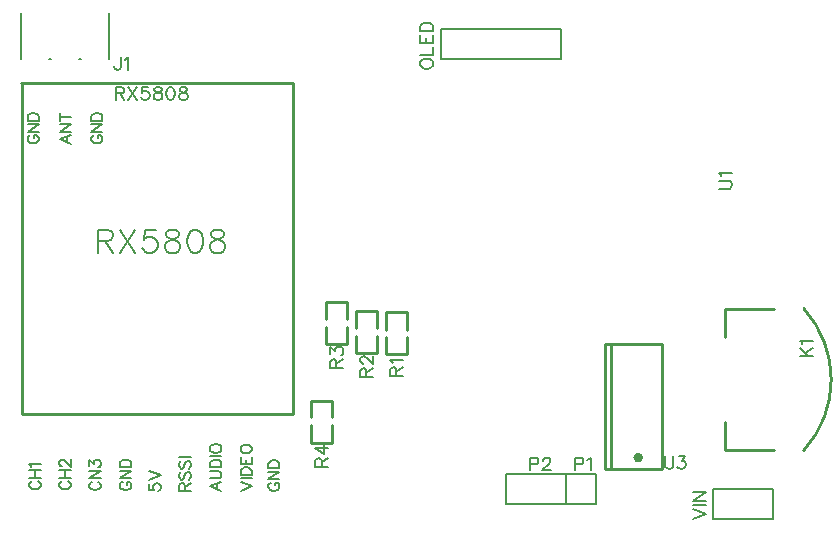
<source format=gto>
G04 ---------------------------- Layer name :TOP SILK LAYER*
G04 EasyEDA v5.7.24, Sat, 01 Sep 2018 15:29:15 GMT*
G04 70d3823de7e84894a96469fe6f11b24c*
G04 Gerber Generator version 0.2*
G04 Scale: 100 percent, Rotated: No, Reflected: No *
G04 Dimensions in inches *
G04 leading zeros omitted , absolute positions ,2 integer and 4 decimal *
%FSLAX24Y24*%
%MOIN*%
G90*
G70D02*

%ADD10C,0.010000*%
%ADD23C,0.008000*%
%ADD24C,0.007992*%
%ADD25C,0.007900*%
%ADD26C,0.015748*%
%ADD27C,0.007000*%

%LPD*%
G54D10*
G01X25399Y7761D02*
G01X23746Y7762D01*
G01X23746Y6817D01*
G01X23746Y3982D02*
G01X23746Y3037D01*
G01X25399Y3037D01*
G54D23*
G01X18450Y2250D02*
G01X19450Y2250D01*
G01X19450Y1250D01*
G01X18450Y1250D01*
G01X18450Y2000D01*
G54D24*
G01X18450Y2250D02*
G01X18450Y2000D01*
G54D23*
G01X18450Y2250D02*
G01X18450Y1259D01*
G01X16450Y1259D01*
G01X16450Y2250D01*
G01X18450Y2250D01*
G54D10*
G01X300Y15300D02*
G01X9360Y15300D01*
G01X9360Y4259D01*
G01X319Y4259D01*
G01X319Y14640D01*
G01X319Y14640D01*
G01X319Y15300D01*
G54D25*
G01X1292Y16075D02*
G01X1207Y16075D01*
G01X1292Y16075D01*
G01X2292Y16075D02*
G01X2207Y16075D01*
G01X2292Y16075D01*
G01X3207Y17611D02*
G01X3207Y16075D01*
G01X3207Y17611D01*
G01X292Y17611D02*
G01X292Y16075D01*
G01X292Y17611D01*
G54D10*
G01X12450Y6809D02*
G01X12450Y6250D01*
G01X13150Y7059D02*
G01X13150Y7650D01*
G01X12450Y7650D01*
G01X12450Y7059D01*
G01X12450Y6250D02*
G01X13150Y6250D01*
G01X13150Y6250D02*
G01X13150Y6809D01*
G01X11450Y6859D02*
G01X11450Y6300D01*
G01X12150Y7109D02*
G01X12150Y7700D01*
G01X11450Y7700D01*
G01X11450Y7109D01*
G01X11450Y6300D02*
G01X12150Y6300D01*
G01X12150Y6300D02*
G01X12150Y6859D01*
G01X10450Y7159D02*
G01X10450Y6600D01*
G01X11150Y7409D02*
G01X11150Y8000D01*
G01X10450Y8000D01*
G01X10450Y7409D01*
G01X10450Y6600D02*
G01X11150Y6600D01*
G01X11150Y6600D02*
G01X11150Y7159D01*
G01X10650Y4140D02*
G01X10650Y4700D01*
G01X9950Y3890D02*
G01X9950Y3300D01*
G01X10650Y3300D01*
G01X10650Y3890D01*
G01X10650Y4700D02*
G01X9950Y4700D01*
G01X9950Y4700D02*
G01X9950Y4140D01*
G54D23*
G01X18300Y17100D02*
G01X18300Y16100D01*
G01X14300Y16100D01*
G01X14300Y17100D01*
G01X15050Y17100D01*
G54D24*
G01X18300Y17100D02*
G01X15050Y17100D01*
G54D10*
G01X19757Y2403D02*
G01X19757Y6576D01*
G01X21647Y6576D01*
G01X21647Y2403D01*
G01X19757Y2403D01*
G01X19954Y6576D02*
G01X19954Y2403D01*
G54D23*
G01X25350Y1750D02*
G01X25350Y750D01*
G01X23350Y750D01*
G01X23350Y1750D01*
G01X24100Y1750D01*
G54D24*
G01X25350Y1750D02*
G01X24100Y1750D01*
G54D27*
G01X26249Y6175D02*
G01X26679Y6175D01*
G01X26249Y6461D02*
G01X26536Y6175D01*
G01X26433Y6277D02*
G01X26679Y6461D01*
G01X26331Y6596D02*
G01X26311Y6637D01*
G01X26249Y6699D01*
G01X26679Y6699D01*
G01X18750Y2800D02*
G01X18750Y2371D01*
G01X18750Y2800D02*
G01X18934Y2800D01*
G01X18994Y2780D01*
G01X19015Y2759D01*
G01X19035Y2719D01*
G01X19035Y2657D01*
G01X19015Y2615D01*
G01X18994Y2596D01*
G01X18934Y2575D01*
G01X18750Y2575D01*
G01X19171Y2719D02*
G01X19211Y2738D01*
G01X19273Y2800D01*
G01X19273Y2371D01*
G01X17250Y2800D02*
G01X17250Y2371D01*
G01X17250Y2800D02*
G01X17434Y2800D01*
G01X17494Y2780D01*
G01X17515Y2760D01*
G01X17535Y2719D01*
G01X17535Y2657D01*
G01X17515Y2616D01*
G01X17494Y2596D01*
G01X17434Y2575D01*
G01X17250Y2575D01*
G01X17692Y2698D02*
G01X17692Y2719D01*
G01X17711Y2760D01*
G01X17732Y2780D01*
G01X17773Y2800D01*
G01X17855Y2800D01*
G01X17896Y2780D01*
G01X17917Y2760D01*
G01X17936Y2719D01*
G01X17936Y2678D01*
G01X17917Y2637D01*
G01X17876Y2575D01*
G01X17671Y2371D01*
G01X17957Y2371D01*
G01X3450Y15150D02*
G01X3450Y14721D01*
G01X3450Y15150D02*
G01X3634Y15150D01*
G01X3695Y15130D01*
G01X3716Y15109D01*
G01X3736Y15069D01*
G01X3736Y15028D01*
G01X3716Y14986D01*
G01X3695Y14965D01*
G01X3634Y14946D01*
G01X3450Y14946D01*
G01X3593Y14946D02*
G01X3736Y14721D01*
G01X3871Y15150D02*
G01X4158Y14721D01*
G01X4158Y15150D02*
G01X3871Y14721D01*
G01X4538Y15150D02*
G01X4334Y15150D01*
G01X4313Y14965D01*
G01X4334Y14986D01*
G01X4395Y15007D01*
G01X4456Y15007D01*
G01X4518Y14986D01*
G01X4559Y14946D01*
G01X4579Y14884D01*
G01X4579Y14844D01*
G01X4559Y14782D01*
G01X4518Y14740D01*
G01X4456Y14721D01*
G01X4395Y14721D01*
G01X4334Y14740D01*
G01X4313Y14761D01*
G01X4293Y14803D01*
G01X4816Y15150D02*
G01X4755Y15130D01*
G01X4735Y15088D01*
G01X4735Y15048D01*
G01X4755Y15007D01*
G01X4796Y14986D01*
G01X4878Y14965D01*
G01X4939Y14946D01*
G01X4980Y14905D01*
G01X5000Y14863D01*
G01X5000Y14803D01*
G01X4980Y14761D01*
G01X4960Y14740D01*
G01X4898Y14721D01*
G01X4816Y14721D01*
G01X4755Y14740D01*
G01X4735Y14761D01*
G01X4714Y14803D01*
G01X4714Y14863D01*
G01X4735Y14905D01*
G01X4775Y14946D01*
G01X4837Y14965D01*
G01X4919Y14986D01*
G01X4960Y15007D01*
G01X4980Y15048D01*
G01X4980Y15088D01*
G01X4960Y15130D01*
G01X4898Y15150D01*
G01X4816Y15150D01*
G01X5258Y15150D02*
G01X5197Y15130D01*
G01X5156Y15069D01*
G01X5135Y14965D01*
G01X5135Y14905D01*
G01X5156Y14803D01*
G01X5197Y14740D01*
G01X5258Y14721D01*
G01X5299Y14721D01*
G01X5360Y14740D01*
G01X5401Y14803D01*
G01X5422Y14905D01*
G01X5422Y14965D01*
G01X5401Y15069D01*
G01X5360Y15130D01*
G01X5299Y15150D01*
G01X5258Y15150D01*
G01X5659Y15150D02*
G01X5598Y15130D01*
G01X5577Y15088D01*
G01X5577Y15048D01*
G01X5598Y15007D01*
G01X5639Y14986D01*
G01X5720Y14965D01*
G01X5782Y14946D01*
G01X5823Y14905D01*
G01X5843Y14863D01*
G01X5843Y14803D01*
G01X5823Y14761D01*
G01X5802Y14740D01*
G01X5741Y14721D01*
G01X5659Y14721D01*
G01X5598Y14740D01*
G01X5577Y14761D01*
G01X5557Y14803D01*
G01X5557Y14863D01*
G01X5577Y14905D01*
G01X5618Y14946D01*
G01X5680Y14965D01*
G01X5761Y14986D01*
G01X5802Y15007D01*
G01X5823Y15048D01*
G01X5823Y15088D01*
G01X5802Y15130D01*
G01X5741Y15150D01*
G01X5659Y15150D01*
G54D23*
G01X2840Y10396D02*
G01X2840Y9632D01*
G01X2840Y10396D02*
G01X3167Y10396D01*
G01X3276Y10359D01*
G01X3313Y10323D01*
G01X3348Y10251D01*
G01X3348Y10178D01*
G01X3313Y10105D01*
G01X3276Y10069D01*
G01X3167Y10032D01*
G01X2840Y10032D01*
G01X3094Y10032D02*
G01X3348Y9632D01*
G01X3588Y10396D02*
G01X4098Y9632D01*
G01X4098Y10396D02*
G01X3588Y9632D01*
G01X4775Y10396D02*
G01X4411Y10396D01*
G01X4375Y10069D01*
G01X4411Y10105D01*
G01X4519Y10142D01*
G01X4628Y10142D01*
G01X4738Y10105D01*
G01X4810Y10032D01*
G01X4847Y9923D01*
G01X4847Y9851D01*
G01X4810Y9742D01*
G01X4738Y9669D01*
G01X4628Y9632D01*
G01X4519Y9632D01*
G01X4411Y9669D01*
G01X4375Y9705D01*
G01X4338Y9778D01*
G01X5268Y10396D02*
G01X5160Y10359D01*
G01X5123Y10286D01*
G01X5123Y10215D01*
G01X5160Y10142D01*
G01X5232Y10105D01*
G01X5377Y10069D01*
G01X5486Y10032D01*
G01X5560Y9959D01*
G01X5596Y9886D01*
G01X5596Y9778D01*
G01X5560Y9705D01*
G01X5523Y9669D01*
G01X5414Y9632D01*
G01X5268Y9632D01*
G01X5160Y9669D01*
G01X5123Y9705D01*
G01X5086Y9778D01*
G01X5086Y9886D01*
G01X5123Y9959D01*
G01X5196Y10032D01*
G01X5305Y10069D01*
G01X5451Y10105D01*
G01X5523Y10142D01*
G01X5560Y10215D01*
G01X5560Y10286D01*
G01X5523Y10359D01*
G01X5414Y10396D01*
G01X5268Y10396D01*
G01X6055Y10396D02*
G01X5944Y10359D01*
G01X5872Y10251D01*
G01X5835Y10069D01*
G01X5835Y9959D01*
G01X5872Y9778D01*
G01X5944Y9669D01*
G01X6055Y9632D01*
G01X6127Y9632D01*
G01X6235Y9669D01*
G01X6309Y9778D01*
G01X6344Y9959D01*
G01X6344Y10069D01*
G01X6309Y10251D01*
G01X6235Y10359D01*
G01X6127Y10396D01*
G01X6055Y10396D01*
G01X6767Y10396D02*
G01X6657Y10359D01*
G01X6622Y10286D01*
G01X6622Y10215D01*
G01X6657Y10142D01*
G01X6731Y10105D01*
G01X6876Y10069D01*
G01X6985Y10032D01*
G01X7057Y9959D01*
G01X7094Y9886D01*
G01X7094Y9778D01*
G01X7057Y9705D01*
G01X7022Y9669D01*
G01X6913Y9632D01*
G01X6767Y9632D01*
G01X6657Y9669D01*
G01X6622Y9705D01*
G01X6585Y9778D01*
G01X6585Y9886D01*
G01X6622Y9959D01*
G01X6694Y10032D01*
G01X6803Y10069D01*
G01X6948Y10105D01*
G01X7022Y10142D01*
G01X7057Y10215D01*
G01X7057Y10286D01*
G01X7022Y10359D01*
G01X6913Y10396D01*
G01X6767Y10396D01*
G01X2715Y13548D02*
G01X2678Y13530D01*
G01X2642Y13494D01*
G01X2625Y13459D01*
G01X2625Y13386D01*
G01X2642Y13351D01*
G01X2678Y13315D01*
G01X2715Y13298D01*
G01X2767Y13280D01*
G01X2857Y13280D01*
G01X2911Y13298D01*
G01X2946Y13315D01*
G01X2982Y13351D01*
G01X3001Y13386D01*
G01X3001Y13459D01*
G01X2982Y13494D01*
G01X2946Y13530D01*
G01X2911Y13548D01*
G01X2857Y13548D01*
G01X2857Y13459D02*
G01X2857Y13548D01*
G01X2625Y13667D02*
G01X3001Y13667D01*
G01X2625Y13667D02*
G01X3001Y13917D01*
G01X2625Y13917D02*
G01X3001Y13917D01*
G01X2625Y14034D02*
G01X3001Y14034D01*
G01X2625Y14034D02*
G01X2625Y14159D01*
G01X2642Y14213D01*
G01X2678Y14250D01*
G01X2715Y14267D01*
G01X2767Y14286D01*
G01X2857Y14286D01*
G01X2911Y14267D01*
G01X2946Y14250D01*
G01X2982Y14213D01*
G01X3001Y14159D01*
G01X3001Y14034D01*
G01X594Y13548D02*
G01X559Y13530D01*
G01X523Y13494D01*
G01X505Y13459D01*
G01X505Y13386D01*
G01X523Y13351D01*
G01X559Y13315D01*
G01X594Y13298D01*
G01X648Y13280D01*
G01X738Y13280D01*
G01X792Y13298D01*
G01X826Y13315D01*
G01X863Y13351D01*
G01X880Y13386D01*
G01X880Y13459D01*
G01X863Y13494D01*
G01X826Y13530D01*
G01X792Y13548D01*
G01X738Y13548D01*
G01X738Y13459D02*
G01X738Y13548D01*
G01X505Y13667D02*
G01X880Y13667D01*
G01X505Y13667D02*
G01X880Y13917D01*
G01X505Y13917D02*
G01X880Y13917D01*
G01X505Y14034D02*
G01X880Y14034D01*
G01X505Y14034D02*
G01X505Y14159D01*
G01X523Y14213D01*
G01X559Y14250D01*
G01X594Y14267D01*
G01X648Y14286D01*
G01X738Y14286D01*
G01X792Y14267D01*
G01X826Y14250D01*
G01X863Y14213D01*
G01X880Y14159D01*
G01X880Y14034D01*
G01X1584Y13403D02*
G01X1961Y13259D01*
G01X1584Y13403D02*
G01X1961Y13546D01*
G01X1836Y13313D02*
G01X1836Y13492D01*
G01X1584Y13663D02*
G01X1961Y13663D01*
G01X1584Y13663D02*
G01X1961Y13915D01*
G01X1584Y13915D02*
G01X1961Y13915D01*
G01X1584Y14157D02*
G01X1961Y14157D01*
G01X1584Y14032D02*
G01X1584Y14284D01*
G01X655Y2007D02*
G01X619Y1990D01*
G01X582Y1955D01*
G01X565Y1919D01*
G01X565Y1846D01*
G01X582Y1811D01*
G01X619Y1776D01*
G01X655Y1757D01*
G01X707Y1740D01*
G01X798Y1740D01*
G01X851Y1757D01*
G01X886Y1776D01*
G01X923Y1811D01*
G01X940Y1846D01*
G01X940Y1919D01*
G01X923Y1955D01*
G01X886Y1990D01*
G01X851Y2007D01*
G01X565Y2126D02*
G01X940Y2126D01*
G01X565Y2376D02*
G01X940Y2376D01*
G01X744Y2126D02*
G01X744Y2376D01*
G01X636Y2494D02*
G01X619Y2530D01*
G01X565Y2584D01*
G01X940Y2584D01*
G01X1655Y2007D02*
G01X1619Y1990D01*
G01X1582Y1955D01*
G01X1565Y1919D01*
G01X1565Y1846D01*
G01X1582Y1811D01*
G01X1619Y1776D01*
G01X1655Y1757D01*
G01X1707Y1740D01*
G01X1798Y1740D01*
G01X1851Y1757D01*
G01X1886Y1776D01*
G01X1923Y1811D01*
G01X1940Y1846D01*
G01X1940Y1919D01*
G01X1923Y1955D01*
G01X1886Y1990D01*
G01X1851Y2007D01*
G01X1565Y2126D02*
G01X1940Y2126D01*
G01X1565Y2376D02*
G01X1940Y2376D01*
G01X1744Y2126D02*
G01X1744Y2376D01*
G01X1655Y2513D02*
G01X1636Y2513D01*
G01X1601Y2530D01*
G01X1582Y2548D01*
G01X1565Y2584D01*
G01X1565Y2655D01*
G01X1582Y2692D01*
G01X1601Y2709D01*
G01X1636Y2728D01*
G01X1673Y2728D01*
G01X1707Y2709D01*
G01X1761Y2673D01*
G01X1940Y2494D01*
G01X1940Y2746D01*
G01X2655Y1988D02*
G01X2619Y1971D01*
G01X2582Y1934D01*
G01X2565Y1898D01*
G01X2565Y1826D01*
G01X2582Y1792D01*
G01X2619Y1755D01*
G01X2655Y1738D01*
G01X2707Y1719D01*
G01X2798Y1719D01*
G01X2851Y1738D01*
G01X2886Y1755D01*
G01X2923Y1792D01*
G01X2940Y1826D01*
G01X2940Y1898D01*
G01X2923Y1934D01*
G01X2886Y1971D01*
G01X2851Y1988D01*
G01X2565Y2107D02*
G01X2940Y2107D01*
G01X2565Y2107D02*
G01X2940Y2357D01*
G01X2565Y2357D02*
G01X2940Y2357D01*
G01X2565Y2511D02*
G01X2565Y2707D01*
G01X2707Y2600D01*
G01X2707Y2653D01*
G01X2726Y2690D01*
G01X2744Y2707D01*
G01X2798Y2726D01*
G01X2834Y2726D01*
G01X2886Y2707D01*
G01X2923Y2671D01*
G01X2940Y2617D01*
G01X2940Y2565D01*
G01X2923Y2511D01*
G01X2905Y2492D01*
G01X2869Y2475D01*
G01X3675Y1988D02*
G01X3638Y1971D01*
G01X3603Y1934D01*
G01X3584Y1898D01*
G01X3584Y1826D01*
G01X3603Y1792D01*
G01X3638Y1755D01*
G01X3675Y1738D01*
G01X3728Y1719D01*
G01X3817Y1719D01*
G01X3871Y1738D01*
G01X3907Y1755D01*
G01X3942Y1792D01*
G01X3961Y1826D01*
G01X3961Y1898D01*
G01X3942Y1934D01*
G01X3907Y1971D01*
G01X3871Y1988D01*
G01X3817Y1988D01*
G01X3817Y1898D02*
G01X3817Y1988D01*
G01X3584Y2107D02*
G01X3961Y2107D01*
G01X3584Y2107D02*
G01X3961Y2357D01*
G01X3584Y2357D02*
G01X3961Y2357D01*
G01X3584Y2475D02*
G01X3961Y2475D01*
G01X3584Y2475D02*
G01X3584Y2600D01*
G01X3603Y2653D01*
G01X3638Y2690D01*
G01X3675Y2707D01*
G01X3728Y2726D01*
G01X3817Y2726D01*
G01X3871Y2707D01*
G01X3907Y2690D01*
G01X3942Y2653D01*
G01X3961Y2600D01*
G01X3961Y2475D01*
G01X4565Y1915D02*
G01X4565Y1736D01*
G01X4726Y1717D01*
G01X4707Y1736D01*
G01X4690Y1788D01*
G01X4690Y1842D01*
G01X4707Y1896D01*
G01X4743Y1932D01*
G01X4797Y1951D01*
G01X4834Y1951D01*
G01X4886Y1932D01*
G01X4922Y1896D01*
G01X4940Y1842D01*
G01X4940Y1788D01*
G01X4922Y1736D01*
G01X4905Y1717D01*
G01X4868Y1700D01*
G01X4565Y2069D02*
G01X4940Y2211D01*
G01X4565Y2355D02*
G01X4940Y2211D01*
G01X5564Y1700D02*
G01X5940Y1700D01*
G01X5564Y1700D02*
G01X5564Y1861D01*
G01X5582Y1915D01*
G01X5601Y1932D01*
G01X5636Y1951D01*
G01X5672Y1951D01*
G01X5707Y1932D01*
G01X5726Y1915D01*
G01X5743Y1861D01*
G01X5743Y1700D01*
G01X5743Y1825D02*
G01X5940Y1951D01*
G01X5618Y2319D02*
G01X5582Y2282D01*
G01X5564Y2230D01*
G01X5564Y2157D01*
G01X5582Y2103D01*
G01X5618Y2069D01*
G01X5655Y2069D01*
G01X5690Y2086D01*
G01X5707Y2103D01*
G01X5726Y2140D01*
G01X5761Y2248D01*
G01X5780Y2282D01*
G01X5797Y2301D01*
G01X5834Y2319D01*
G01X5886Y2319D01*
G01X5922Y2282D01*
G01X5940Y2230D01*
G01X5940Y2157D01*
G01X5922Y2103D01*
G01X5886Y2069D01*
G01X5618Y2688D02*
G01X5582Y2651D01*
G01X5564Y2598D01*
G01X5564Y2526D01*
G01X5582Y2473D01*
G01X5618Y2436D01*
G01X5655Y2436D01*
G01X5690Y2455D01*
G01X5707Y2473D01*
G01X5726Y2509D01*
G01X5761Y2615D01*
G01X5780Y2651D01*
G01X5797Y2669D01*
G01X5834Y2688D01*
G01X5886Y2688D01*
G01X5922Y2651D01*
G01X5940Y2598D01*
G01X5940Y2526D01*
G01X5922Y2473D01*
G01X5886Y2436D01*
G01X5564Y2805D02*
G01X5940Y2805D01*
G01X6585Y1842D02*
G01X6960Y1700D01*
G01X6585Y1842D02*
G01X6960Y1986D01*
G01X6835Y1753D02*
G01X6835Y1932D01*
G01X6585Y2103D02*
G01X6853Y2103D01*
G01X6906Y2121D01*
G01X6943Y2157D01*
G01X6960Y2211D01*
G01X6960Y2248D01*
G01X6943Y2301D01*
G01X6906Y2336D01*
G01X6853Y2355D01*
G01X6585Y2355D01*
G01X6585Y2473D02*
G01X6960Y2473D01*
G01X6585Y2473D02*
G01X6585Y2598D01*
G01X6602Y2651D01*
G01X6639Y2688D01*
G01X6675Y2705D01*
G01X6727Y2723D01*
G01X6818Y2723D01*
G01X6872Y2705D01*
G01X6906Y2688D01*
G01X6943Y2651D01*
G01X6960Y2598D01*
G01X6960Y2473D01*
G01X6585Y2842D02*
G01X6960Y2842D01*
G01X6585Y3067D02*
G01X6602Y3030D01*
G01X6639Y2996D01*
G01X6675Y2978D01*
G01X6727Y2959D01*
G01X6818Y2959D01*
G01X6872Y2978D01*
G01X6906Y2996D01*
G01X6943Y3030D01*
G01X6960Y3067D01*
G01X6960Y3138D01*
G01X6943Y3175D01*
G01X6906Y3209D01*
G01X6872Y3228D01*
G01X6818Y3246D01*
G01X6727Y3246D01*
G01X6675Y3228D01*
G01X6639Y3209D01*
G01X6602Y3175D01*
G01X6585Y3138D01*
G01X6585Y3067D01*
G01X7605Y1700D02*
G01X7981Y1842D01*
G01X7605Y1986D02*
G01X7981Y1842D01*
G01X7605Y2103D02*
G01X7981Y2103D01*
G01X7605Y2223D02*
G01X7981Y2223D01*
G01X7605Y2223D02*
G01X7605Y2348D01*
G01X7622Y2401D01*
G01X7659Y2436D01*
G01X7694Y2455D01*
G01X7747Y2473D01*
G01X7838Y2473D01*
G01X7892Y2455D01*
G01X7927Y2436D01*
G01X7963Y2401D01*
G01X7981Y2348D01*
G01X7981Y2223D01*
G01X7605Y2590D02*
G01X7981Y2590D01*
G01X7605Y2590D02*
G01X7605Y2823D01*
G01X7784Y2590D02*
G01X7784Y2734D01*
G01X7981Y2590D02*
G01X7981Y2823D01*
G01X7605Y3048D02*
G01X7622Y3013D01*
G01X7659Y2978D01*
G01X7694Y2959D01*
G01X7747Y2942D01*
G01X7838Y2942D01*
G01X7892Y2959D01*
G01X7927Y2978D01*
G01X7963Y3013D01*
G01X7981Y3048D01*
G01X7981Y3121D01*
G01X7963Y3157D01*
G01X7927Y3192D01*
G01X7892Y3209D01*
G01X7838Y3228D01*
G01X7747Y3228D01*
G01X7694Y3209D01*
G01X7659Y3192D01*
G01X7622Y3157D01*
G01X7605Y3121D01*
G01X7605Y3048D01*
G01X8614Y1967D02*
G01X8578Y1951D01*
G01X8543Y1915D01*
G01X8525Y1878D01*
G01X8525Y1807D01*
G01X8543Y1771D01*
G01X8578Y1736D01*
G01X8614Y1717D01*
G01X8668Y1700D01*
G01X8757Y1700D01*
G01X8811Y1717D01*
G01X8847Y1736D01*
G01X8882Y1771D01*
G01X8901Y1807D01*
G01X8901Y1878D01*
G01X8882Y1915D01*
G01X8847Y1951D01*
G01X8811Y1967D01*
G01X8757Y1967D01*
G01X8757Y1878D02*
G01X8757Y1967D01*
G01X8525Y2086D02*
G01X8901Y2086D01*
G01X8525Y2086D02*
G01X8901Y2336D01*
G01X8525Y2336D02*
G01X8901Y2336D01*
G01X8525Y2455D02*
G01X8901Y2455D01*
G01X8525Y2455D02*
G01X8525Y2580D01*
G01X8543Y2634D01*
G01X8578Y2669D01*
G01X8614Y2688D01*
G01X8668Y2705D01*
G01X8757Y2705D01*
G01X8811Y2688D01*
G01X8847Y2669D01*
G01X8882Y2634D01*
G01X8901Y2580D01*
G01X8901Y2455D01*
G54D27*
G01X3605Y16150D02*
G01X3605Y15823D01*
G01X3584Y15761D01*
G01X3563Y15740D01*
G01X3523Y15719D01*
G01X3482Y15719D01*
G01X3440Y15740D01*
G01X3419Y15761D01*
G01X3400Y15823D01*
G01X3400Y15863D01*
G01X3740Y16067D02*
G01X3780Y16088D01*
G01X3842Y16150D01*
G01X3842Y15719D01*
G01X12599Y5526D02*
G01X13028Y5526D01*
G01X12599Y5526D02*
G01X12599Y5709D01*
G01X12619Y5771D01*
G01X12639Y5792D01*
G01X12680Y5811D01*
G01X12721Y5811D01*
G01X12762Y5792D01*
G01X12783Y5771D01*
G01X12803Y5709D01*
G01X12803Y5526D01*
G01X12803Y5669D02*
G01X13028Y5811D01*
G01X12680Y5946D02*
G01X12660Y5988D01*
G01X12599Y6050D01*
G01X13028Y6050D01*
G01X11599Y5491D02*
G01X12028Y5491D01*
G01X11599Y5491D02*
G01X11599Y5675D01*
G01X11619Y5736D01*
G01X11639Y5757D01*
G01X11680Y5777D01*
G01X11721Y5777D01*
G01X11762Y5757D01*
G01X11783Y5736D01*
G01X11803Y5675D01*
G01X11803Y5491D01*
G01X11803Y5634D02*
G01X12028Y5777D01*
G01X11701Y5933D02*
G01X11680Y5933D01*
G01X11639Y5953D01*
G01X11619Y5974D01*
G01X11599Y6015D01*
G01X11599Y6096D01*
G01X11619Y6137D01*
G01X11639Y6158D01*
G01X11680Y6178D01*
G01X11721Y6178D01*
G01X11762Y6158D01*
G01X11824Y6117D01*
G01X12028Y5912D01*
G01X12028Y6199D01*
G01X10600Y5791D02*
G01X11029Y5791D01*
G01X10600Y5791D02*
G01X10600Y5975D01*
G01X10620Y6036D01*
G01X10640Y6057D01*
G01X10681Y6077D01*
G01X10722Y6077D01*
G01X10763Y6057D01*
G01X10784Y6036D01*
G01X10804Y5975D01*
G01X10804Y5791D01*
G01X10804Y5934D02*
G01X11029Y6077D01*
G01X10600Y6253D02*
G01X10600Y6478D01*
G01X10763Y6356D01*
G01X10763Y6417D01*
G01X10784Y6458D01*
G01X10804Y6478D01*
G01X10865Y6499D01*
G01X10906Y6499D01*
G01X10968Y6478D01*
G01X11009Y6437D01*
G01X11029Y6376D01*
G01X11029Y6315D01*
G01X11009Y6253D01*
G01X10988Y6233D01*
G01X10947Y6212D01*
G01X10104Y2500D02*
G01X10533Y2500D01*
G01X10104Y2500D02*
G01X10104Y2684D01*
G01X10124Y2744D01*
G01X10144Y2765D01*
G01X10185Y2786D01*
G01X10226Y2786D01*
G01X10267Y2765D01*
G01X10288Y2744D01*
G01X10308Y2684D01*
G01X10308Y2500D01*
G01X10308Y2642D02*
G01X10533Y2786D01*
G01X10104Y3126D02*
G01X10390Y2921D01*
G01X10390Y3228D01*
G01X10104Y3126D02*
G01X10533Y3126D01*
G01X23555Y11750D02*
G01X23860Y11750D01*
G01X23922Y11769D01*
G01X23964Y11811D01*
G01X23984Y11873D01*
G01X23984Y11913D01*
G01X23964Y11975D01*
G01X23922Y12015D01*
G01X23860Y12036D01*
G01X23555Y12036D01*
G01X23635Y12171D02*
G01X23615Y12211D01*
G01X23555Y12273D01*
G01X23984Y12273D01*
G01X13600Y15892D02*
G01X13620Y15851D01*
G01X13661Y15811D01*
G01X13702Y15790D01*
G01X13763Y15769D01*
G01X13865Y15769D01*
G01X13927Y15790D01*
G01X13968Y15811D01*
G01X14009Y15851D01*
G01X14029Y15892D01*
G01X14029Y15975D01*
G01X14009Y16015D01*
G01X13968Y16055D01*
G01X13927Y16076D01*
G01X13865Y16096D01*
G01X13763Y16096D01*
G01X13702Y16076D01*
G01X13661Y16055D01*
G01X13620Y16015D01*
G01X13600Y15975D01*
G01X13600Y15892D01*
G01X13600Y16232D02*
G01X14029Y16232D01*
G01X14029Y16232D02*
G01X14029Y16478D01*
G01X13600Y16613D02*
G01X14029Y16613D01*
G01X13600Y16613D02*
G01X13600Y16878D01*
G01X13804Y16613D02*
G01X13804Y16776D01*
G01X14029Y16613D02*
G01X14029Y16878D01*
G01X13600Y17013D02*
G01X14029Y17013D01*
G01X13600Y17013D02*
G01X13600Y17157D01*
G01X13620Y17217D01*
G01X13661Y17259D01*
G01X13702Y17280D01*
G01X13763Y17300D01*
G01X13865Y17300D01*
G01X13927Y17280D01*
G01X13968Y17259D01*
G01X14009Y17217D01*
G01X14029Y17157D01*
G01X14029Y17013D01*
G01X21750Y2850D02*
G01X21750Y2542D01*
G01X21769Y2482D01*
G01X21810Y2440D01*
G01X21872Y2421D01*
G01X21913Y2421D01*
G01X21975Y2440D01*
G01X22014Y2482D01*
G01X22035Y2542D01*
G01X22035Y2850D01*
G01X22211Y2850D02*
G01X22436Y2850D01*
G01X22314Y2686D01*
G01X22375Y2686D01*
G01X22415Y2665D01*
G01X22436Y2646D01*
G01X22456Y2584D01*
G01X22456Y2542D01*
G01X22436Y2482D01*
G01X22396Y2440D01*
G01X22335Y2421D01*
G01X22272Y2421D01*
G01X22211Y2440D01*
G01X22190Y2461D01*
G01X22171Y2501D01*
G01X22699Y765D02*
G01X23128Y929D01*
G01X22699Y1092D02*
G01X23128Y929D01*
G01X22699Y1227D02*
G01X23128Y1227D01*
G01X22699Y1362D02*
G01X23128Y1362D01*
G01X22699Y1362D02*
G01X23128Y1649D01*
G01X22699Y1649D02*
G01X23128Y1649D01*
G54D10*
G75*
G01X26384Y7762D02*
G2X26384Y3038I-2603J-2362D01*
G01*
G54D26*
G75*
G01X20781Y2797D02*
G3X20781Y2798I79J1D01*
G01*
M00*
M02*

</source>
